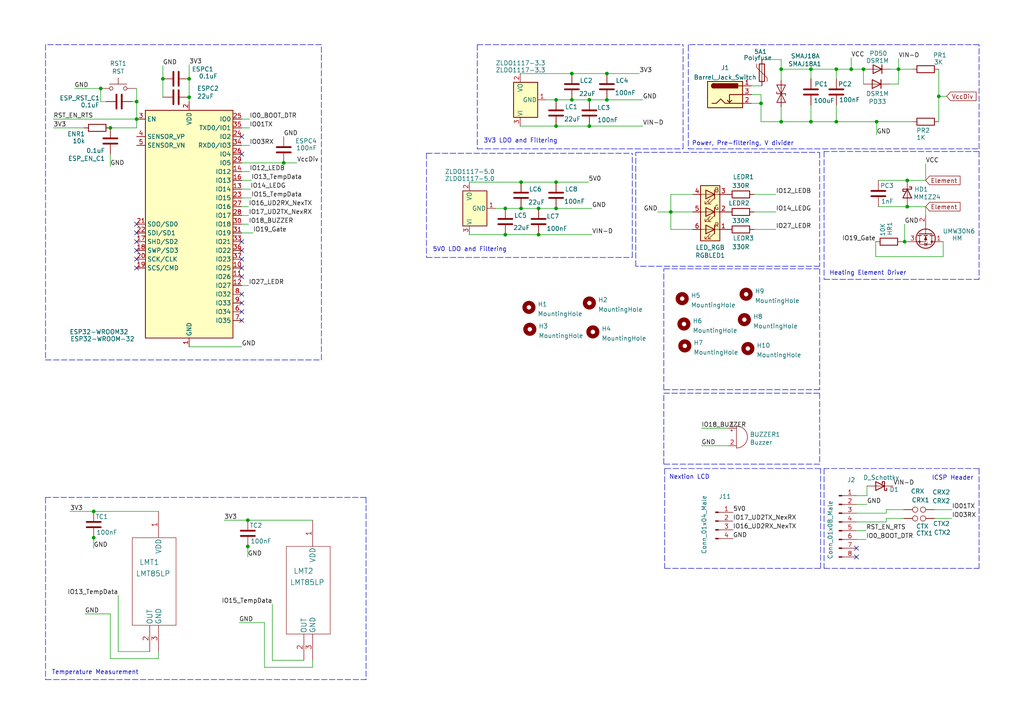
<source format=kicad_sch>
(kicad_sch (version 20211123) (generator eeschema)
  (paper "A4")
  (title_block (title "Hot Plate") (date "2022-02-28") (rev "1.0") (company "AeonLabs") (comment 1 "Creative Commons 2022"))
  (lib_symbols
    (symbol "Connector:Barrel_Jack_Switch" (pin_names hide)
      (property "Reference" "J" (at 0 5.334 0))
      (property "Value" "Barrel_Jack_Switch" (at 0 -5.08 0))
      (symbol "Barrel_Jack_Switch_0_1"
        (rectangle (start -5.08 3.81) (end 5.08 -3.81) (stroke (width 0.254)) (fill (type background)))
        (arc (start -3.302 3.175) (mid -3.937 2.54) (end -3.302 1.905) (stroke (width 0.254)))
        (arc (start -3.302 3.175) (mid -3.937 2.54) (end -3.302 1.905) (stroke (width 0.254)) (fill (type outline)))
        (polyline (pts (xy 1.27 -2.286) (xy 1.905 -1.651)) (stroke (width 0.254)))
        (polyline (pts (xy 5.08 2.54) (xy 3.81 2.54)) (stroke (width 0.254)))
        (polyline (pts (xy 5.08 0) (xy 1.27 0) (xy 1.27 -2.286) (xy 0.635 -1.651)) (stroke (width 0.254)))
        (polyline (pts (xy -3.81 -2.54) (xy -2.54 -2.54) (xy -1.27 -1.27) (xy 0 -2.54) (xy 2.54 -2.54) (xy 5.08 -2.54)) (stroke (width 0.254)))
        (rectangle (start 3.683 3.175) (end -3.302 1.905) (stroke (width 0.254)) (fill (type outline)))
      )
      (symbol "Barrel_Jack_Switch_1_1"
        (pin passive line (at 7.62 2.54 180) (length 2.54) (name "~") (number "1"))
        (pin passive line (at 7.62 -2.54 180) (length 2.54) (name "~") (number "2"))
        (pin passive line (at 7.62 0 180) (length 2.54) (name "~") (number "3"))
      )
    )
    (symbol "Connector:Conn_01x04_Male" (pin_names (offset 1.016) hide)
      (property "Reference" "J" (at 0 5.08 0))
      (property "Value" "Conn_01x04_Male" (at 0 -7.62 0))
      (symbol "Conn_01x04_Male_1_1"
        (polyline (pts (xy 1.27 -5.08) (xy 0.8636 -5.08)) (stroke (width 0.1524)))
        (polyline (pts (xy 1.27 -2.54) (xy 0.8636 -2.54)) (stroke (width 0.1524)))
        (polyline (pts (xy 1.27 0) (xy 0.8636 0)) (stroke (width 0.1524)))
        (polyline (pts (xy 1.27 2.54) (xy 0.8636 2.54)) (stroke (width 0.1524)))
        (rectangle (start 0.8636 -4.953) (end 0 -5.207) (stroke (width 0.1524)) (fill (type outline)))
        (rectangle (start 0.8636 -2.413) (end 0 -2.667) (stroke (width 0.1524)) (fill (type outline)))
        (rectangle (start 0.8636 0.127) (end 0 -0.127) (stroke (width 0.1524)) (fill (type outline)))
        (rectangle (start 0.8636 2.667) (end 0 2.413) (stroke (width 0.1524)) (fill (type outline)))
        (pin passive line (at 5.08 2.54 180) (length 3.81) (name "Pin_1") (number "1"))
        (pin passive line (at 5.08 0 180) (length 3.81) (name "Pin_2") (number "2"))
        (pin passive line (at 5.08 -2.54 180) (length 3.81) (name "Pin_3") (number "3"))
        (pin passive line (at 5.08 -5.08 180) (length 3.81) (name "Pin_4") (number "4"))
      )
    )
    (symbol "Connector:Conn_01x08_Male" (pin_names (offset 1.016) hide)
      (property "Reference" "J" (at 0 10.16 0))
      (property "Value" "Conn_01x08_Male" (at 0 -12.7 0))
      (symbol "Conn_01x08_Male_1_1"
        (polyline (pts (xy 1.27 -10.16) (xy 0.8636 -10.16)) (stroke (width 0.1524)))
        (polyline (pts (xy 1.27 -7.62) (xy 0.8636 -7.62)) (stroke (width 0.1524)))
        (polyline (pts (xy 1.27 -5.08) (xy 0.8636 -5.08)) (stroke (width 0.1524)))
        (polyline (pts (xy 1.27 -2.54) (xy 0.8636 -2.54)) (stroke (width 0.1524)))
        (polyline (pts (xy 1.27 0) (xy 0.8636 0)) (stroke (width 0.1524)))
        (polyline (pts (xy 1.27 2.54) (xy 0.8636 2.54)) (stroke (width 0.1524)))
        (polyline (pts (xy 1.27 5.08) (xy 0.8636 5.08)) (stroke (width 0.1524)))
        (polyline (pts (xy 1.27 7.62) (xy 0.8636 7.62)) (stroke (width 0.1524)))
        (rectangle (start 0.8636 -10.033) (end 0 -10.287) (stroke (width 0.1524)) (fill (type outline)))
        (rectangle (start 0.8636 -7.493) (end 0 -7.747) (stroke (width 0.1524)) (fill (type outline)))
        (rectangle (start 0.8636 -4.953) (end 0 -5.207) (stroke (width 0.1524)) (fill (type outline)))
        (rectangle (start 0.8636 -2.413) (end 0 -2.667) (stroke (width 0.1524)) (fill (type outline)))
        (rectangle (start 0.8636 0.127) (end 0 -0.127) (stroke (width 0.1524)) (fill (type outline)))
        (rectangle (start 0.8636 2.667) (end 0 2.413) (stroke (width 0.1524)) (fill (type outline)))
        (rectangle (start 0.8636 5.207) (end 0 4.953) (stroke (width 0.1524)) (fill (type outline)))
        (rectangle (start 0.8636 7.747) (end 0 7.493) (stroke (width 0.1524)) (fill (type outline)))
        (pin passive line (at 5.08 7.62 180) (length 3.81) (name "Pin_1") (number "1"))
        (pin passive line (at 5.08 5.08 180) (length 3.81) (name "Pin_2") (number "2"))
        (pin passive line (at 5.08 2.54 180) (length 3.81) (name "Pin_3") (number "3"))
        (pin passive line (at 5.08 0 180) (length 3.81) (name "Pin_4") (number "4"))
        (pin passive line (at 5.08 -2.54 180) (length 3.81) (name "Pin_5") (number "5"))
        (pin passive line (at 5.08 -5.08 180) (length 3.81) (name "Pin_6") (number "6"))
        (pin passive line (at 5.08 -7.62 180) (length 3.81) (name "Pin_7") (number "7"))
        (pin passive line (at 5.08 -10.16 180) (length 3.81) (name "Pin_8") (number "8"))
      )
    )
    (symbol "Connector:TestPoint" (pin_numbers hide) (pin_names (offset 0.762) hide)
      (property "Reference" "TP" (at 0 6.858 0))
      (property "Value" "TestPoint" (at 0 5.08 0))
      (symbol "TestPoint_0_1"
        (circle (center 0 3.302) (radius 0.762))
      )
      (symbol "TestPoint_1_1"
        (pin passive line (at 0 0 90) (length 2.54) (name "1") (number "1"))
      )
    )
    (symbol "Device:Buzzer" (pin_names (offset 0.0254) hide)
      (property "Reference" "BZ" (at 3.81 1.27 0))
      (property "Value" "Buzzer" (at 3.81 -1.27 0))
      (symbol "Buzzer_0_1"
        (arc (start 0 -3.175) (mid 3.175 0) (end 0 3.175))
        (polyline (pts (xy -1.651 1.905) (xy -1.143 1.905)))
        (polyline (pts (xy -1.397 2.159) (xy -1.397 1.651)))
        (polyline (pts (xy 0 3.175) (xy 0 -3.175)))
      )
      (symbol "Buzzer_1_1"
        (pin passive line (at -2.54 2.54 0) (length 2.54) (name "-") (number "1"))
        (pin passive line (at -2.54 -2.54 0) (length 2.54) (name "+") (number "2"))
      )
    )
    (symbol "Device:C" (pin_numbers hide) (pin_names (offset 0.254))
      (property "Reference" "C" (at 0.635 2.54 0))
      (property "Value" "C" (at 0.635 -2.54 0))
      (symbol "C_0_1"
        (polyline (pts (xy -2.032 -0.762) (xy 2.032 -0.762)) (stroke (width 0.508)))
        (polyline (pts (xy -2.032 0.762) (xy 2.032 0.762)) (stroke (width 0.508)))
      )
      (symbol "C_1_1"
        (pin passive line (at 0 3.81 270) (length 2.794) (name "~") (number "1"))
        (pin passive line (at 0 -3.81 90) (length 2.794) (name "~") (number "2"))
      )
    )
    (symbol "Device:D" (pin_numbers hide) (pin_names (offset 1.016) hide)
      (property "Reference" "D" (at 0 2.54 0))
      (property "Value" "D" (at 0 -2.54 0))
      (symbol "D_0_1"
        (polyline (pts (xy -1.27 1.27) (xy -1.27 -1.27)) (stroke (width 0.254)))
        (polyline (pts (xy 1.27 0) (xy -1.27 0)))
        (polyline (pts (xy 1.27 1.27) (xy 1.27 -1.27) (xy -1.27 0) (xy 1.27 1.27)) (stroke (width 0.254)))
      )
      (symbol "D_1_1"
        (pin passive line (at -3.81 0 0) (length 2.54) (name "K") (number "1"))
        (pin passive line (at 3.81 0 180) (length 2.54) (name "A") (number "2"))
      )
    )
    (symbol "Device:D_Schottky" (pin_numbers hide) (pin_names (offset 1.016) hide)
      (property "Reference" "D" (at 0 2.54 0))
      (property "Value" "D_Schottky" (at 0 -2.54 0))
      (symbol "D_Schottky_0_1"
        (polyline (pts (xy 1.27 0) (xy -1.27 0)))
        (polyline (pts (xy 1.27 1.27) (xy 1.27 -1.27) (xy -1.27 0) (xy 1.27 1.27)) (stroke (width 0.254)))
        (polyline (pts (xy -1.905 0.635) (xy -1.905 1.27) (xy -1.27 1.27) (xy -1.27 -1.27) (xy -0.635 -1.27) (xy -0.635 -0.635)) (stroke (width 0.254)))
      )
      (symbol "D_Schottky_1_1"
        (pin passive line (at -3.81 0 0) (length 2.54) (name "K") (number "1"))
        (pin passive line (at 3.81 0 180) (length 2.54) (name "A") (number "2"))
      )
    )
    (symbol "Device:LED_RGB" (pin_names (offset 0) hide)
      (property "Reference" "D" (at 0 9.398 0))
      (property "Value" "LED_RGB" (at 0 -8.89 0))
      (symbol "LED_RGB_0_0"
        (text "B" (at -1.905 -6.35 0) (effects (font (size 1.27 1.27))))
        (text "G" (at -1.905 -1.27 0) (effects (font (size 1.27 1.27))))
        (text "R" (at -1.905 3.81 0) (effects (font (size 1.27 1.27))))
      )
      (symbol "LED_RGB_0_1"
        (polyline (pts (xy -1.27 -5.08) (xy -2.54 -5.08)))
        (polyline (pts (xy -1.27 -5.08) (xy 1.27 -5.08)))
        (polyline (pts (xy -1.27 -3.81) (xy -1.27 -6.35)) (stroke (width 0.254)))
        (polyline (pts (xy -1.27 0) (xy -2.54 0)))
        (polyline (pts (xy -1.27 1.27) (xy -1.27 -1.27)) (stroke (width 0.254)))
        (polyline (pts (xy -1.27 5.08) (xy -2.54 5.08)))
        (polyline (pts (xy -1.27 5.08) (xy 1.27 5.08)))
        (polyline (pts (xy -1.27 6.35) (xy -1.27 3.81)) (stroke (width 0.254)))
        (polyline (pts (xy 1.27 -5.08) (xy 2.54 -5.08)))
        (polyline (pts (xy 1.27 0) (xy -1.27 0)))
        (polyline (pts (xy 1.27 0) (xy 2.54 0)))
        (polyline (pts (xy 1.27 5.08) (xy 2.54 5.08)))
        (polyline (pts (xy -1.27 1.27) (xy -1.27 -1.27) (xy -1.27 -1.27)))
        (polyline (pts (xy -1.27 6.35) (xy -1.27 3.81) (xy -1.27 3.81)))
        (polyline (pts (xy 1.27 -3.81) (xy 1.27 -6.35) (xy -1.27 -5.08) (xy 1.27 -3.81)) (stroke (width 0.254)))
        (polyline (pts (xy 1.27 1.27) (xy 1.27 -1.27) (xy -1.27 0) (xy 1.27 1.27)) (stroke (width 0.254)))
        (polyline (pts (xy 1.27 6.35) (xy 1.27 3.81) (xy -1.27 5.08) (xy 1.27 6.35)) (stroke (width 0.254)))
        (polyline (pts (xy -1.016 -3.81) (xy 0.508 -2.286) (xy -0.254 -2.286) (xy 0.508 -2.286) (xy 0.508 -3.048)))
        (polyline (pts (xy -1.016 1.27) (xy 0.508 2.794) (xy -0.254 2.794) (xy 0.508 2.794) (xy 0.508 2.032)))
        (polyline (pts (xy -1.016 6.35) (xy 0.508 7.874) (xy -0.254 7.874) (xy 0.508 7.874) (xy 0.508 7.112)))
        (polyline (pts (xy 0 -3.81) (xy 1.524 -2.286) (xy 0.762 -2.286) (xy 1.524 -2.286) (xy 1.524 -3.048)))
        (polyline (pts (xy 0 1.27) (xy 1.524 2.794) (xy 0.762 2.794) (xy 1.524 2.794) (xy 1.524 2.032)))
        (polyline (pts (xy 0 6.35) (xy 1.524 7.874) (xy 0.762 7.874) (xy 1.524 7.874) (xy 1.524 7.112)))
        (rectangle (start 1.27 -1.27) (end 1.27 1.27))
        (rectangle (start 1.27 1.27) (end 1.27 1.27))
        (rectangle (start 1.27 3.81) (end 1.27 6.35))
        (rectangle (start 1.27 6.35) (end 1.27 6.35))
        (rectangle (start 2.794 8.382) (end -2.794 -7.62) (stroke (width 0.254)) (fill (type background)))
      )
      (symbol "LED_RGB_1_1"
        (pin passive line (at -5.08 5.08 0) (length 2.54) (name "RK") (number "1"))
        (pin passive line (at -5.08 0 0) (length 2.54) (name "GK") (number "2"))
        (pin passive line (at -5.08 -5.08 0) (length 2.54) (name "BK") (number "3"))
        (pin passive line (at 5.08 -5.08 180) (length 2.54) (name "BA") (number "4"))
        (pin passive line (at 5.08 0 180) (length 2.54) (name "GA") (number "5"))
        (pin passive line (at 5.08 5.08 180) (length 2.54) (name "RA") (number "6"))
      )
    )
    (symbol "Device:Polyfuse" (pin_numbers hide) (pin_names (offset 0))
      (property "Reference" "F" (at -2.54 0 90))
      (property "Value" "Polyfuse" (at 2.54 0 90))
      (symbol "Polyfuse_0_1"
        (rectangle (start -0.762 2.54) (end 0.762 -2.54) (stroke (width 0.254)))
        (polyline (pts (xy 0 2.54) (xy 0 -2.54)))
        (polyline (pts (xy -1.524 2.54) (xy -1.524 1.524) (xy 1.524 -1.524) (xy 1.524 -2.54)))
      )
      (symbol "Polyfuse_1_1"
        (pin passive line (at 0 3.81 270) (length 1.27) (name "~") (number "1"))
        (pin passive line (at 0 -3.81 90) (length 1.27) (name "~") (number "2"))
      )
    )
    (symbol "Device:Q_NMOS_DGS" (pin_names (offset 0) hide)
      (property "Reference" "Q" (at 5.08 1.27 0))
      (property "Value" "Q_NMOS_DGS" (at 5.08 -1.27 0))
      (symbol "Q_NMOS_DGS_0_1"
        (polyline (pts (xy 0.254 0) (xy -2.54 0)))
        (polyline (pts (xy 0.254 1.905) (xy 0.254 -1.905)) (stroke (width 0.254)))
        (polyline (pts (xy 0.762 -1.27) (xy 0.762 -2.286)) (stroke (width 0.254)))
        (polyline (pts (xy 0.762 0.508) (xy 0.762 -0.508)) (stroke (width 0.254)))
        (polyline (pts (xy 0.762 2.286) (xy 0.762 1.27)) (stroke (width 0.254)))
        (polyline (pts (xy 2.54 2.54) (xy 2.54 1.778)))
        (polyline (pts (xy 2.54 -2.54) (xy 2.54 0) (xy 0.762 0)))
        (polyline (pts (xy 0.762 -1.778) (xy 3.302 -1.778) (xy 3.302 1.778) (xy 0.762 1.778)))
        (polyline (pts (xy 1.016 0) (xy 2.032 0.381) (xy 2.032 -0.381) (xy 1.016 0)) (fill (type outline)))
        (polyline (pts (xy 2.794 0.508) (xy 2.921 0.381) (xy 3.683 0.381) (xy 3.81 0.254)))
        (polyline (pts (xy 3.302 0.381) (xy 2.921 -0.254) (xy 3.683 -0.254) (xy 3.302 0.381)))
        (circle (center 1.651 0) (radius 2.794) (stroke (width 0.254)))
        (circle (center 2.54 -1.778) (radius 0.254) (fill (type outline)))
        (circle (center 2.54 1.778) (radius 0.254) (fill (type outline)))
      )
      (symbol "Q_NMOS_DGS_1_1"
        (pin passive line (at 2.54 5.08 270) (length 2.54) (name "D") (number "1"))
        (pin input line (at -5.08 0 0) (length 2.54) (name "G") (number "2"))
        (pin passive line (at 2.54 -5.08 90) (length 2.54) (name "S") (number "3"))
      )
    )
    (symbol "Device:R" (pin_numbers hide) (pin_names (offset 0))
      (property "Reference" "R" (at 2.032 0 90))
      (property "Value" "R" (at 0 0 90))
      (symbol "R_0_1"
        (rectangle (start -1.016 -2.54) (end 1.016 2.54) (stroke (width 0.254)))
      )
      (symbol "R_1_1"
        (pin passive line (at 0 3.81 270) (length 1.27) (name "~") (number "1"))
        (pin passive line (at 0 -3.81 90) (length 1.27) (name "~") (number "2"))
      )
    )
    (symbol "Diode:ESD9B3.3ST5G" (pin_numbers hide) (pin_names (offset 1.016) hide)
      (property "Reference" "D" (at 0 2.54 0))
      (property "Value" "ESD9B3.3ST5G" (at 0 -2.54 0))
      (symbol "ESD9B3.3ST5G_0_1"
        (polyline (pts (xy 1.27 0) (xy -1.27 0)))
        (polyline (pts (xy -2.54 -1.27) (xy 0 0) (xy -2.54 1.27) (xy -2.54 -1.27)) (stroke (width 0.2032)))
        (polyline (pts (xy 0.508 1.27) (xy 0 1.27) (xy 0 -1.27) (xy -0.508 -1.27)) (stroke (width 0.2032)))
        (polyline (pts (xy 2.54 1.27) (xy 2.54 -1.27) (xy 0 0) (xy 2.54 1.27)) (stroke (width 0.2032)))
      )
      (symbol "ESD9B3.3ST5G_1_1"
        (pin passive line (at -3.81 0 0) (length 2.54) (name "A1") (number "1"))
        (pin passive line (at 3.81 0 180) (length 2.54) (name "A2") (number "2"))
      )
    )
    (symbol "Mechanical:MountingHole" (pin_names (offset 1.016))
      (property "Reference" "H" (at 0 5.08 0))
      (property "Value" "MountingHole" (at 0 3.175 0))
      (symbol "MountingHole_0_1"
        (circle (center 0 0) (radius 1.27) (stroke (width 1.27)))
      )
    )
    (symbol "RF_Module:ESP32-WROOM-32"
      (property "Reference" "U" (at -12.7 34.29 0))
      (property "Value" "ESP32-WROOM-32" (at 1.27 34.29 0))
      (symbol "ESP32-WROOM-32_0_1"
        (rectangle (start -12.7 33.02) (end 12.7 -33.02) (stroke (width 0.254)) (fill (type background)))
      )
      (symbol "ESP32-WROOM-32_1_1"
        (pin power_in line (at 0 -35.56 90) (length 2.54) (name "GND") (number "1"))
        (pin bidirectional line (at 15.24 -12.7 180) (length 2.54) (name "IO25") (number "10"))
        (pin bidirectional line (at 15.24 -15.24 180) (length 2.54) (name "IO26") (number "11"))
        (pin bidirectional line (at 15.24 -17.78 180) (length 2.54) (name "IO27") (number "12"))
        (pin bidirectional line (at 15.24 10.16 180) (length 2.54) (name "IO14") (number "13"))
        (pin bidirectional line (at 15.24 15.24 180) (length 2.54) (name "IO12") (number "14"))
        (pin passive line (at 0 -35.56 90) (length 2.54) hide (name "GND") (number "15"))
        (pin bidirectional line (at 15.24 12.7 180) (length 2.54) (name "IO13") (number "16"))
        (pin bidirectional line (at -15.24 -5.08 0) (length 2.54) (name "SHD/SD2") (number "17"))
        (pin bidirectional line (at -15.24 -7.62 0) (length 2.54) (name "SWP/SD3") (number "18"))
        (pin bidirectional line (at -15.24 -12.7 0) (length 2.54) (name "SCS/CMD") (number "19"))
        (pin power_in line (at 0 35.56 270) (length 2.54) (name "VDD") (number "2"))
        (pin bidirectional line (at -15.24 -10.16 0) (length 2.54) (name "SCK/CLK") (number "20"))
        (pin bidirectional line (at -15.24 0 0) (length 2.54) (name "SDO/SD0") (number "21"))
        (pin bidirectional line (at -15.24 -2.54 0) (length 2.54) (name "SDI/SD1") (number "22"))
        (pin bidirectional line (at 15.24 7.62 180) (length 2.54) (name "IO15") (number "23"))
        (pin bidirectional line (at 15.24 25.4 180) (length 2.54) (name "IO2") (number "24"))
        (pin bidirectional line (at 15.24 30.48 180) (length 2.54) (name "IO0") (number "25"))
        (pin bidirectional line (at 15.24 20.32 180) (length 2.54) (name "IO4") (number "26"))
        (pin bidirectional line (at 15.24 5.08 180) (length 2.54) (name "IO16") (number "27"))
        (pin bidirectional line (at 15.24 2.54 180) (length 2.54) (name "IO17") (number "28"))
        (pin bidirectional line (at 15.24 17.78 180) (length 2.54) (name "IO5") (number "29"))
        (pin input line (at -15.24 30.48 0) (length 2.54) (name "EN") (number "3"))
        (pin bidirectional line (at 15.24 0 180) (length 2.54) (name "IO18") (number "30"))
        (pin bidirectional line (at 15.24 -2.54 180) (length 2.54) (name "IO19") (number "31"))
        (pin no_connect line (at -12.7 -27.94 0) (length 2.54) hide (name "NC") (number "32"))
        (pin bidirectional line (at 15.24 -5.08 180) (length 2.54) (name "IO21") (number "33"))
        (pin bidirectional line (at 15.24 22.86 180) (length 2.54) (name "RXD0/IO3") (number "34"))
        (pin bidirectional line (at 15.24 27.94 180) (length 2.54) (name "TXD0/IO1") (number "35"))
        (pin bidirectional line (at 15.24 -7.62 180) (length 2.54) (name "IO22") (number "36"))
        (pin bidirectional line (at 15.24 -10.16 180) (length 2.54) (name "IO23") (number "37"))
        (pin passive line (at 0 -35.56 90) (length 2.54) hide (name "GND") (number "38"))
        (pin passive line (at 0 -35.56 90) (length 2.54) hide (name "GND") (number "39"))
        (pin input line (at -15.24 25.4 0) (length 2.54) (name "SENSOR_VP") (number "4"))
        (pin input line (at -15.24 22.86 0) (length 2.54) (name "SENSOR_VN") (number "5"))
        (pin input line (at 15.24 -25.4 180) (length 2.54) (name "IO34") (number "6"))
        (pin input line (at 15.24 -27.94 180) (length 2.54) (name "IO35") (number "7"))
        (pin bidirectional line (at 15.24 -20.32 180) (length 2.54) (name "IO32") (number "8"))
        (pin bidirectional line (at 15.24 -22.86 180) (length 2.54) (name "IO33") (number "9"))
      )
    )
    (symbol "Regulator_Linear:AMS1117-5.0" (pin_names (offset 0.254))
      (property "Reference" "U" (at -3.81 3.175 0))
      (property "Value" "AMS1117-5.0" (at 0 3.175 0))
      (symbol "AMS1117-5.0_0_1"
        (rectangle (start -5.08 -5.08) (end 5.08 1.905) (stroke (width 0.254)) (fill (type background)))
      )
      (symbol "AMS1117-5.0_1_1"
        (pin power_in line (at 0 -7.62 90) (length 2.54) (name "GND") (number "1"))
        (pin power_out line (at 7.62 0 180) (length 2.54) (name "VO") (number "2"))
        (pin power_in line (at -7.62 0 0) (length 2.54) (name "VI") (number "3"))
      )
    )
    (symbol "Sensor_Temperature:LMT85LP" (pin_names (offset 0.254))
      (property "Reference" "U" (at 20.32 10.16 0))
      (property "Value" "LMT85LP" (at 20.32 7.62 0))
      (symbol "LMT85LP_1_1"
        (polyline (pts (xy 7.62 -7.62) (xy 33.02 -7.62)) (stroke (width 0.127)))
        (polyline (pts (xy 7.62 5.08) (xy 7.62 -7.62)) (stroke (width 0.127)))
        (polyline (pts (xy 33.02 -7.62) (xy 33.02 5.08)) (stroke (width 0.127)))
        (polyline (pts (xy 33.02 5.08) (xy 7.62 5.08)) (stroke (width 0.127)))
        (pin power_in line (at 0 0 0) (length 7.62) (name "VDD") (number "1"))
        (pin output line (at 40.64 -2.54 180) (length 7.62) (name "OUT") (number "2"))
        (pin power_in line (at 40.64 0 180) (length 7.62) (name "GND") (number "3"))
      )
    )
    (symbol "Switch:SW_Push" (pin_numbers hide) (pin_names (offset 1.016) hide)
      (property "Reference" "SW" (at 1.27 2.54 0))
      (property "Value" "SW_Push" (at 0 -1.524 0))
      (symbol "SW_Push_0_1"
        (circle (center -2.032 0) (radius 0.508))
        (polyline (pts (xy 0 1.27) (xy 0 3.048)))
        (polyline (pts (xy 2.54 1.27) (xy -2.54 1.27)))
        (circle (center 2.032 0) (radius 0.508))
        (pin passive line (at -5.08 0 0) (length 2.54) (name "1") (number "1"))
        (pin passive line (at 5.08 0 180) (length 2.54) (name "2") (number "2"))
      )
    )
  )
  (junction (at 176.022 28.956))
  (junction (at 27.178 148.336))
  (junction (at 161.29 52.832))
  (junction (at 27.178 155.956))
  (junction (at 161.29 28.956))
  (junction (at 71.882 150.876))
  (junction (at 161.29 36.576))
  (junction (at 235.204 35.306))
  (junction (at 151.13 52.832))
  (junction (at 272.288 27.94))
  (junction (at 165.862 28.956))
  (junction (at 156.21 60.452))
  (junction (at 39.624 29.464))
  (junction (at 54.864 22.86))
  (junction (at 170.942 36.576))
  (junction (at 260.604 20.066))
  (junction (at 226.568 20.066))
  (junction (at 250.444 20.066))
  (junction (at 161.29 60.452))
  (junction (at 165.862 21.336))
  (junction (at 151.13 60.452))
  (junction (at 39.624 34.544))
  (junction (at 226.568 35.306))
  (junction (at 170.942 28.956))
  (junction (at 146.558 60.452))
  (junction (at 194.564 61.468))
  (junction (at 32.004 37.084))
  (junction (at 242.57 20.066))
  (junction (at 47.244 22.86))
  (junction (at 235.204 20.066))
  (junction (at 220.726 29.972))
  (junction (at 156.21 68.072))
  (junction (at 54.864 28.194))
  (junction (at 176.022 21.336))
  (junction (at 242.57 35.306))
  (junction (at 29.21 25.654))
  (junction (at 146.558 68.072))
  (junction (at 263.144 52.324))
  (junction (at 82.296 47.244))
  (junction (at 262.382 70.104))
  (junction (at 263.144 59.944))
  (junction (at 71.882 158.496))
  (junction (at 246.888 20.066))
  (junction (at 254.254 35.306))
  (no_connect (at 39.624 65.024))
  (no_connect (at 70.104 90.424))
  (no_connect (at 39.624 77.724))
  (no_connect (at 70.104 70.104))
  (no_connect (at 70.104 72.644))
  (no_connect (at 70.104 39.624))
  (no_connect (at 39.624 72.644))
  (no_connect (at 70.104 85.344))
  (no_connect (at 248.412 159.004))
  (no_connect (at 248.412 161.544))
  (no_connect (at 70.104 80.264))
  (no_connect (at 39.624 70.104))
  (no_connect (at 39.624 75.184))
  (no_connect (at 70.104 44.704))
  (no_connect (at 39.624 67.564))
  (no_connect (at 70.104 77.724))
  (no_connect (at 70.104 75.184))
  (no_connect (at 70.104 87.884))
  (no_connect (at 70.104 92.964))
  (polyline (pts (xy 192.532 134.62) (xy 192.532 114.046)))
  (polyline (pts (xy 192.532 113.03) (xy 192.532 77.978)))
  (wire (pts (xy 271.018 150.368) (xy 276.098 150.368)))
  (wire (pts (xy 39.624 29.464) (xy 39.624 25.654)))
  (polyline (pts (xy 138.43 12.954) (xy 198.12 12.954)))
  (wire (pts (xy 263.144 59.944) (xy 268.478 59.944)))
  (wire (pts (xy 54.864 28.194) (xy 54.864 29.464)))
  (wire (pts (xy 218.694 56.388) (xy 225.044 56.388)))
  (wire (pts (xy 242.57 35.306) (xy 254.254 35.306)))
  (wire (pts (xy 70.104 52.324) (xy 72.898 52.324)))
  (polyline (pts (xy 237.998 164.846) (xy 237.998 135.89)))
  (polyline (pts (xy 13.208 104.394) (xy 93.218 104.394)))
  (polyline (pts (xy 283.972 43.942) (xy 283.972 81.026)))
  (wire (pts (xy 176.022 28.956) (xy 186.436 28.956)))
  (polyline (pts (xy 93.218 104.394) (xy 93.218 12.954)))
  (wire (pts (xy 34.29 188.976) (xy 43.434 188.976)))
  (wire (pts (xy 268.478 47.498) (xy 268.478 52.324)))
  (wire (pts (xy 272.288 27.94) (xy 274.574 27.94)))
  (wire (pts (xy 217.932 27.432) (xy 220.726 27.432)))
  (wire (pts (xy 161.29 28.956) (xy 165.862 28.956)))
  (wire (pts (xy 27.178 155.702) (xy 27.178 155.956)))
  (wire (pts (xy 70.104 34.544) (xy 72.39 34.544)))
  (wire (pts (xy 273.558 70.104) (xy 273.558 74.422)))
  (wire (pts (xy 251.46 140.97) (xy 251.46 143.764)))
  (wire (pts (xy 194.564 61.468) (xy 190.754 61.468)))
  (wire (pts (xy 76.708 193.548) (xy 76.708 180.594)))
  (wire (pts (xy 71.882 150.876) (xy 90.678 150.876)))
  (wire (pts (xy 220.98 17.272) (xy 226.568 17.272)))
  (polyline (pts (xy 283.972 135.89) (xy 239.014 135.89)))
  (wire (pts (xy 211.074 124.206) (xy 203.454 124.206)))
  (wire (pts (xy 263.144 52.324) (xy 268.478 52.324)))
  (wire (pts (xy 165.862 28.956) (xy 170.942 28.956)))
  (wire (pts (xy 242.57 30.48) (xy 242.57 35.306)))
  (wire (pts (xy 34.29 172.72) (xy 34.29 188.976)))
  (wire (pts (xy 257.048 151.384) (xy 257.048 150.368)))
  (wire (pts (xy 38.354 29.464) (xy 39.624 29.464)))
  (polyline (pts (xy 106.172 144.272) (xy 13.208 144.272)))
  (polyline (pts (xy 239.014 164.846) (xy 283.972 164.846)))
  (wire (pts (xy 161.29 60.452) (xy 171.704 60.452)))
  (wire (pts (xy 217.932 29.972) (xy 220.726 29.972)))
  (wire (pts (xy 146.558 60.452) (xy 151.13 60.452)))
  (wire (pts (xy 70.104 62.484) (xy 72.136 62.484)))
  (wire (pts (xy 136.144 52.832) (xy 151.13 52.832)))
  (polyline (pts (xy 184.404 77.216) (xy 184.404 44.196)))
  (wire (pts (xy 254 70.104) (xy 254 74.422)))
  (wire (pts (xy 257.048 150.368) (xy 262.128 150.368)))
  (wire (pts (xy 226.568 20.066) (xy 235.204 20.066)))
  (wire (pts (xy 220.726 27.432) (xy 220.726 29.972)))
  (wire (pts (xy 248.412 148.844) (xy 257.048 148.844)))
  (wire (pts (xy 70.104 42.164) (xy 72.39 42.164)))
  (wire (pts (xy 54.864 22.86) (xy 54.864 28.194)))
  (wire (pts (xy 78.994 191.516) (xy 88.138 191.516)))
  (wire (pts (xy 150.876 36.576) (xy 161.29 36.576)))
  (wire (pts (xy 250.698 20.066) (xy 250.444 20.066)))
  (polyline (pts (xy 123.698 44.45) (xy 123.698 74.676)))
  (polyline (pts (xy 199.644 12.954) (xy 199.644 13.208)))
  (wire (pts (xy 45.974 188.976) (xy 45.974 191.008)))
  (wire (pts (xy 226.568 20.066) (xy 226.568 23.368)))
  (wire (pts (xy 70.104 57.404) (xy 72.898 57.404)))
  (wire (pts (xy 235.204 35.306) (xy 242.57 35.306)))
  (wire (pts (xy 254.254 35.306) (xy 264.668 35.306)))
  (polyline (pts (xy 123.698 74.676) (xy 183.388 74.676)))
  (wire (pts (xy 260.604 17.018) (xy 260.604 20.066)))
  (wire (pts (xy 272.288 20.066) (xy 272.288 27.94)))
  (wire (pts (xy 47.244 22.86) (xy 47.244 28.194)))
  (wire (pts (xy 220.726 35.306) (xy 226.568 35.306)))
  (polyline (pts (xy 239.014 135.89) (xy 239.014 164.846)))
  (polyline (pts (xy 237.998 135.89) (xy 192.786 135.89)))
  (polyline (pts (xy 237.744 77.216) (xy 184.404 77.216)))
  (wire (pts (xy 248.412 146.304) (xy 251.46 146.304)))
  (polyline (pts (xy 283.972 135.89) (xy 283.972 164.846)))
  (wire (pts (xy 70.104 37.084) (xy 72.39 37.084)))
  (wire (pts (xy 254 74.422) (xy 273.558 74.422)))
  (wire (pts (xy 268.478 59.944) (xy 268.478 62.484)))
  (polyline (pts (xy 239.014 81.026) (xy 283.972 81.026)))
  (wire (pts (xy 70.104 49.784) (xy 72.39 49.784)))
  (polyline (pts (xy 183.388 74.676) (xy 183.388 44.45)))
  (wire (pts (xy 54.864 18.796) (xy 54.864 22.86)))
  (wire (pts (xy 158.496 28.956) (xy 161.29 28.956)))
  (wire (pts (xy 260.604 20.066) (xy 264.668 20.066)))
  (wire (pts (xy 170.942 36.576) (xy 186.436 36.576)))
  (wire (pts (xy 146.558 68.072) (xy 156.21 68.072)))
  (polyline (pts (xy 237.744 134.62) (xy 192.532 134.62)))
  (wire (pts (xy 254.762 52.324) (xy 263.144 52.324)))
  (wire (pts (xy 248.412 153.924) (xy 251.206 153.924)))
  (polyline (pts (xy 13.208 197.104) (xy 106.172 197.104)))
  (wire (pts (xy 136.144 68.072) (xy 146.558 68.072)))
  (wire (pts (xy 271.018 147.828) (xy 276.098 147.828)))
  (polyline (pts (xy 93.218 12.954) (xy 13.208 12.954)))
  (wire (pts (xy 32.004 44.704) (xy 32.004 48.26)))
  (polyline (pts (xy 192.532 114.046) (xy 237.744 114.046)))
  (wire (pts (xy 30.734 29.464) (xy 29.21 29.464)))
  (wire (pts (xy 151.13 52.832) (xy 161.29 52.832)))
  (wire (pts (xy 39.624 25.654) (xy 39.37 25.654)))
  (wire (pts (xy 78.994 175.26) (xy 78.994 191.516)))
  (wire (pts (xy 15.494 34.544) (xy 39.624 34.544)))
  (wire (pts (xy 70.104 54.864) (xy 72.644 54.864)))
  (wire (pts (xy 262.382 70.104) (xy 263.398 70.104)))
  (wire (pts (xy 262.382 65.024) (xy 262.382 70.104)))
  (wire (pts (xy 254.254 35.306) (xy 254.254 39.116)))
  (wire (pts (xy 70.104 59.944) (xy 72.136 59.944)))
  (wire (pts (xy 27.178 155.956) (xy 27.178 159.004)))
  (wire (pts (xy 161.29 52.832) (xy 170.688 52.832)))
  (wire (pts (xy 246.888 16.764) (xy 246.888 20.066)))
  (wire (pts (xy 39.624 34.544) (xy 39.624 37.084)))
  (wire (pts (xy 235.204 20.066) (xy 235.204 22.86)))
  (polyline (pts (xy 283.972 43.942) (xy 239.014 43.942)))
  (wire (pts (xy 151.13 60.452) (xy 156.21 60.452)))
  (wire (pts (xy 242.57 20.066) (xy 235.204 20.066)))
  (wire (pts (xy 254.762 59.944) (xy 263.144 59.944)))
  (wire (pts (xy 156.21 68.072) (xy 171.704 68.072)))
  (polyline (pts (xy 138.43 12.954) (xy 138.43 43.18)))
  (wire (pts (xy 71.882 158.242) (xy 71.882 158.496)))
  (polyline (pts (xy 283.972 12.954) (xy 199.644 12.954)))
  (wire (pts (xy 235.204 30.48) (xy 235.204 35.306)))
  (wire (pts (xy 82.296 47.244) (xy 86.106 47.244)))
  (polyline (pts (xy 199.644 13.208) (xy 199.644 43.18)))
  (polyline (pts (xy 198.12 43.18) (xy 198.12 12.954)))
  (polyline (pts (xy 283.972 43.18) (xy 283.972 12.954)))
  (polyline (pts (xy 13.208 12.954) (xy 13.208 104.394)))
  (wire (pts (xy 261.62 70.104) (xy 262.382 70.104)))
  (wire (pts (xy 27.178 148.336) (xy 45.974 148.336)))
  (wire (pts (xy 242.57 20.066) (xy 242.57 22.86)))
  (wire (pts (xy 260.604 24.384) (xy 260.604 20.066)))
  (polyline (pts (xy 192.532 77.978) (xy 237.49 77.978)))
  (wire (pts (xy 258.064 24.384) (xy 260.604 24.384)))
  (polyline (pts (xy 192.786 135.89) (xy 192.786 164.846)))
  (polyline (pts (xy 237.744 77.978) (xy 237.744 113.03)))
  (wire (pts (xy 71.882 158.496) (xy 71.882 161.544)))
  (wire (pts (xy 161.29 36.576) (xy 170.942 36.576)))
  (wire (pts (xy 226.568 17.272) (xy 226.568 20.066)))
  (wire (pts (xy 39.624 34.544) (xy 39.624 29.464)))
  (wire (pts (xy 156.21 60.452) (xy 161.29 60.452)))
  (wire (pts (xy 218.694 66.548) (xy 225.044 66.548)))
  (wire (pts (xy 29.21 29.464) (xy 29.21 25.654)))
  (wire (pts (xy 15.494 37.084) (xy 24.384 37.084)))
  (wire (pts (xy 143.764 60.452) (xy 146.558 60.452)))
  (polyline (pts (xy 184.404 44.196) (xy 237.744 44.196)))
  (wire (pts (xy 226.568 35.306) (xy 235.204 35.306)))
  (wire (pts (xy 248.412 143.764) (xy 251.46 143.764)))
  (wire (pts (xy 226.568 30.988) (xy 226.568 35.306)))
  (polyline (pts (xy 239.014 43.942) (xy 239.014 81.026)))
  (wire (pts (xy 220.726 35.306) (xy 220.726 29.972)))
  (wire (pts (xy 246.888 20.066) (xy 242.57 20.066)))
  (wire (pts (xy 218.694 61.468) (xy 225.044 61.468)))
  (wire (pts (xy 24.638 178.054) (xy 32.004 178.054)))
  (wire (pts (xy 200.914 61.468) (xy 194.564 61.468)))
  (wire (pts (xy 165.862 21.336) (xy 176.022 21.336)))
  (wire (pts (xy 217.932 24.892) (xy 220.98 24.892)))
  (wire (pts (xy 71.882 150.876) (xy 65.024 150.876)))
  (wire (pts (xy 69.342 180.594) (xy 76.708 180.594)))
  (polyline (pts (xy 13.208 144.272) (xy 13.208 197.104)))
  (wire (pts (xy 54.864 100.584) (xy 70.104 100.584)))
  (wire (pts (xy 200.914 66.548) (xy 194.564 66.548)))
  (wire (pts (xy 21.59 25.654) (xy 29.21 25.654)))
  (wire (pts (xy 170.942 28.956) (xy 176.022 28.956)))
  (polyline (pts (xy 192.786 164.846) (xy 237.998 164.846)))
  (wire (pts (xy 47.244 19.05) (xy 47.244 22.86)))
  (wire (pts (xy 250.444 20.066) (xy 250.444 24.384)))
  (wire (pts (xy 90.678 193.548) (xy 76.708 193.548)))
  (wire (pts (xy 257.048 148.844) (xy 257.048 147.828)))
  (wire (pts (xy 70.104 67.564) (xy 73.406 67.564)))
  (wire (pts (xy 45.974 191.008) (xy 32.004 191.008)))
  (wire (pts (xy 27.178 148.336) (xy 20.32 148.336)))
  (wire (pts (xy 70.104 82.804) (xy 72.136 82.804)))
  (wire (pts (xy 39.624 37.084) (xy 32.004 37.084)))
  (polyline (pts (xy 106.172 144.272) (xy 106.172 197.104)))
  (polyline (pts (xy 237.744 44.196) (xy 237.744 77.216)))
  (wire (pts (xy 194.564 61.468) (xy 194.564 56.388)))
  (wire (pts (xy 258.318 20.066) (xy 260.604 20.066)))
  (wire (pts (xy 70.104 65.024) (xy 72.136 65.024)))
  (wire (pts (xy 32.004 191.008) (xy 32.004 178.054)))
  (wire (pts (xy 248.412 156.464) (xy 251.206 156.464)))
  (wire (pts (xy 90.678 191.516) (xy 90.678 193.548)))
  (wire (pts (xy 176.022 21.336) (xy 185.42 21.336)))
  (polyline (pts (xy 123.698 44.45) (xy 183.388 44.45)))
  (polyline (pts (xy 237.744 114.046) (xy 237.744 134.62)))
  (wire (pts (xy 70.104 47.244) (xy 82.296 47.244)))
  (polyline (pts (xy 138.43 43.18) (xy 198.12 43.18)))
  (wire (pts (xy 150.876 21.336) (xy 165.862 21.336)))
  (wire (pts (xy 248.412 151.384) (xy 257.048 151.384)))
  (wire (pts (xy 211.074 129.286) (xy 203.454 129.286)))
  (wire (pts (xy 250.444 20.066) (xy 246.888 20.066)))
  (wire (pts (xy 200.914 56.388) (xy 194.564 56.388)))
  (polyline (pts (xy 199.644 43.18) (xy 283.972 43.18)))
  (wire (pts (xy 194.564 66.548) (xy 194.564 61.468)))
  (polyline (pts (xy 237.744 113.03) (xy 192.532 113.03)))
  (wire (pts (xy 257.048 147.828) (xy 262.128 147.828)))
  (wire (pts (xy 272.288 27.94) (xy 272.288 35.306)))
  (text "Power, Pre-filtering, V divider" (at 200.66 42.418 0) (effects (font (size 1.27 1.27)) (justify left bottom)))
  (text "Microcontroller\n" (at 167.132 -8.89 0) (effects (font (size 1.27 1.27)) (justify left bottom)))
  (text "ICSP Header" (at 270.256 139.446 0) (effects (font (size 1.27 1.27)) (justify left bottom)))
  (text "Temperature Measurement\n" (at 14.986 195.834 0) (effects (font (size 1.27 1.27)) (justify left bottom)))
  (text "Heating Element Driver\n" (at 240.538 80.01 0) (effects (font (size 1.27 1.27)) (justify left bottom)))
  (text "3V3 LDO and Filtering\n" (at 140.208 41.656 0) (effects (font (size 1.27 1.27)) (justify left bottom)))
  (text "5V0 LDO and Filtering\n" (at 125.476 73.152 0) (effects (font (size 1.27 1.27)) (justify left bottom)))
  (text "Nextion LCD" (at 194.056 139.192 0) (effects (font (size 1.27 1.27)) (justify left bottom)))
  (label "GND" (at 70.104 100.584 0))
  (label "IO01TX" (at 276.098 147.828 0))
  (label "GND" (at 71.882 161.544 0))
  (label "GND" (at 47.244 19.05 0))
  (label "VCC" (at 246.888 16.764 0))
  (label "GND" (at 190.754 61.468 180))
  (label "IO15_TempData" (at 72.898 57.404 0))
  (label "RST_EN_RTS" (at 15.494 34.544 0))
  (label "RST_EN_RTS" (at 251.206 153.924 0))
  (label "VIN-D" (at 260.604 17.018 0))
  (label "GND" (at 262.382 65.024 0))
  (label "VccDiv" (at 86.106 47.244 0))
  (label "IO0_BOOT_DTR" (at 251.206 156.464 0))
  (label "IO12_LEDB" (at 72.39 49.784 0))
  (label "GND" (at 27.178 159.004 0))
  (label "GND" (at 251.46 146.304 0))
  (label "IO03RX" (at 72.39 42.164 0))
  (label "GND" (at 32.004 48.26 0))
  (label "IO12_LEDB" (at 225.044 56.388 0))
  (label "IO13_TempData" (at 34.29 172.72 180))
  (label "IO17_UD2TX_NexRX" (at 212.598 151.13 0))
  (label "IO13_TempData" (at 72.898 52.324 0))
  (label "IO27_LEDR" (at 225.044 66.548 0))
  (label "3V3" (at 65.024 150.876 0))
  (label "IO03RX" (at 276.098 150.368 0))
  (label "GND" (at 171.704 60.452 0))
  (label "GND" (at 186.436 28.956 0))
  (label "5V0" (at 212.598 148.59 0))
  (label "IO16_UD2RX_NexTX" (at 212.598 153.67 0))
  (label "IO0_BOOT_DTR" (at 72.39 34.544 0))
  (label "GND" (at 212.598 156.21 0))
  (label "IO14_LEDG" (at 72.644 54.864 0))
  (label "GND" (at 203.454 129.286 0))
  (label "GND" (at 24.638 178.054 0))
  (label "GND" (at 254.254 39.116 0))
  (label "IO19_Gate" (at 73.406 67.564 0))
  (label "VIN-D" (at 186.436 36.576 0))
  (label "VIN-D" (at 171.704 68.072 0))
  (label "VIN-D" (at 259.08 140.97 0))
  (label "IO14_LEDG" (at 225.044 61.468 0))
  (label "5V0" (at 170.688 52.832 0))
  (label "IO17_UD2TX_NexRX" (at 72.136 62.484 0))
  (label "IO19_Gate" (at 254 70.104 180))
  (label "IO18_BUZZER" (at 72.136 65.024 0))
  (label "IO16_UD2RX_NexTX" (at 72.136 59.944 0))
  (label "GND" (at 21.59 25.654 0))
  (label "IO15_TempData" (at 78.994 175.26 180))
  (label "VCC" (at 268.478 47.498 0))
  (label "IO27_LEDR" (at 72.136 82.804 0))
  (label "GND" (at 69.342 180.594 0))
  (label "3V3" (at 185.42 21.336 0))
  (label "IO01TX" (at 72.39 37.084 0))
  (label "3V3" (at 54.864 18.796 0))
  (label "3V3" (at 15.494 37.084 0))
  (label "3V3" (at 20.32 148.336 0))
  (label "IO18_BUZZER" (at 203.454 124.206 0))
  (label "GND" (at 82.296 39.624 0))
  (global_label "Element" (shape input) (at 268.478 52.324 0) (property "Intersheet References" "${INTERSHEET_REFS}" (effects hide)))
  (global_label "Element" (shape input) (at 268.478 59.944 0) (property "Intersheet References" "${INTERSHEET_REFS}" (effects hide)))
  (global_label "VccDiv" (shape input) (at 274.574 27.94 0) (property "Intersheet References" "${INTERSHEET_REFS}" (effects hide)))
  (symbol (lib_id "Device:R") (at 214.884 56.388 90) (unit 1)
    (property "Reference" "LEDR1" (at 218.694 51.308 90) (effects (justify left)))
    (property "Value" "330R" (at 217.424 53.848 90) (effects (justify left)))
    (property "Footprint" "Resistor_SMD:R_1206_3216Metric" (effects hide))
  )
  (symbol (lib_id "Device:R") (at 28.194 37.084 90) (unit 1)
    (property "Reference" "ENR1" (at 22.098 38.862 90))
    (property "Value" "10k" (at 22.86 40.894 90))
    (property "Footprint" "Resistor_SMD:R_1206_3216Metric" (effects hide))
  )
  (symbol (lib_id "Connector:TestPoint") (at 271.018 150.368 90) (unit 1)
    (property "Reference" "CTX2" (at 273.304 154.432 90))
    (property "Value" "CTX2" (at 273.05 151.892 90))
    (property "Footprint" "TestPoint:TestPoint_Pad_1.0x1.0mm" (effects hide))
  )
  (symbol (lib_id "Connector:TestPoint") (at 262.128 147.828 270) (unit 1)
    (property "Reference" "CRX1" (at 264.414 145.034 90) (effects (justify left)))
    (property "Value" "CRX" (at 264.16 142.494 90) (effects (justify left)))
    (property "Footprint" "TestPoint:TestPoint_Pad_1.0x1.0mm" (effects hide))
  )
  (symbol (lib_id "Connector:TestPoint") (at 262.128 150.368 270) (unit 1)
    (property "Reference" "CTX1" (at 265.684 154.686 90) (effects (justify left)))
    (property "Value" "CTX" (at 265.684 152.654 90) (effects (justify left)))
    (property "Footprint" "TestPoint:TestPoint_Pad_1.0x1.0mm" (effects hide))
  )
  (symbol (lib_id "Connector:TestPoint") (at 271.018 147.828 90) (unit 1)
    (property "Reference" "CRX2" (at 275.59 142.748 90) (effects (justify left)))
    (property "Value" "CRX2" (at 275.59 145.288 90) (effects (justify left)))
    (property "Footprint" "TestPoint:TestPoint_Pad_1.0x1.0mm" (effects hide))
  )
  (symbol (lib_id "Device:LED_RGB") (at 205.994 61.468 180) (unit 1)
    (property "Reference" "RGBLED1" (at 205.994 74.0918 0))
    (property "Value" "LED_RGB" (at 205.994 71.7804 0))
    (property "Footprint" "LED_SMD:LED_RGB_5050-6" (effects hide))
  )
  (symbol (lib_id "Device:R") (at 214.884 66.548 90) (unit 1)
    (property "Reference" "LEDR3" (at 218.694 69.088 90) (effects (justify left)))
    (property "Value" "330R" (at 217.424 71.628 90) (effects (justify left)))
    (property "Footprint" "Resistor_SMD:R_1206_3216Metric" (effects hide))
  )
  (symbol (lib_id "Device:R") (at 214.884 61.468 90) (unit 1)
    (property "Reference" "LEDR2" (at 217.424 58.928 90) (effects (justify left)))
    (property "Value" "330R" (at 217.424 64.008 90) (effects (justify left)))
    (property "Footprint" "Resistor_SMD:R_1206_3216Metric" (effects hide))
  )
  (symbol (lib_id "Device:Buzzer") (at 213.614 126.746 0) (unit 1)
    (property "Reference" "BUZZER1" (at 217.4748 126.0094 0) (effects (justify left)))
    (property "Value" "Buzzer" (at 217.4748 128.3208 0) (effects (justify left)))
    (property "Footprint" "Buzzer_Beeper:MagneticBuzzer_Kobitone_254-EMB84Q-RO" (effects hide))
  )
  (symbol (lib_id "Switch:SW_Push") (at 34.29 25.654 0) (unit 1)
    (property "Reference" "RST1" (at 34.29 18.415 0))
    (property "Value" "RST" (at 34.29 20.7264 0))
    (property "Footprint" "Button_Switch_SMD:SW_Push_SPST_NO_Alps_SKRK" (effects hide))
  )
  (symbol (lib_id "RF_Module:ESP32-WROOM-32") (at 54.864 65.024 0) (unit 1)
    (property "Reference" "ESP32-WROOM32" (at 28.702 96.266 0))
    (property "Value" "ESP32-WROOM-32" (at 29.718 98.298 0))
    (property "Footprint" "RF_Module:ESP32-WROOM-32" (effects hide))
    (property "Datasheet" "https://www.espressif.com/sites/default/files/documentation/esp32-wroom-32_datasheet_en.pdf" (effects hide))
  )
  (symbol (lib_id "Connector:Conn_01x04_Male") (at 207.518 151.13 0) (unit 1)
    (property "Reference" "J11" (at 210.2612 143.9926 0))
    (property "Value" "Conn_01x04_Male" (at 204.216 152.146 90))
    (property "Footprint" "Connector_FFC-FPC:Molex_200528-0040_1x04-1MP_P1.00mm_Horizontal" (effects hide))
  )
  (symbol (lib_id "Device:C") (at 235.204 26.67 0) (unit 1)
    (property "Reference" "PC1" (at 236.22 24.384 0) (effects (justify left)))
    (property "Value" "100uF" (at 235.966 29.21 0) (effects (justify left)))
    (property "Footprint" "Capacitor_SMD:CP_Elec_10x12.5" (effects hide))
  )
  (symbol (lib_id "Sensor_Temperature:LMT85LP") (at 90.678 150.876 270) (unit 1)
    (property "Reference" "LMT2" (at 85.09 165.608 90) (effects (font (size 1.524 1.524)) (justify left)))
    (property "Value" "LMT85LP" (at 84.074 168.91 90) (effects (font (size 1.524 1.524)) (justify left)))
    (property "Footprint" "Sensor:LMT85LP" (effects hide))
  )
  (symbol (lib_id "Mechanical:MountingHole") (at 153.67 95.504 0) (unit 1)
    (property "Reference" "H3" (at 156.21 94.5955 0) (effects (justify left)))
    (property "Value" "MountingHole" (at 156.21 97.3706 0) (effects (justify left)))
    (property "Footprint" "MountingHole:MountingHole_3.2mm_M3" (effects hide))
  )
  (symbol (lib_id "Connector:Barrel_Jack_Switch") (at 210.312 27.432 0) (unit 1)
    (property "Reference" "J1" (at 210.312 19.6555 0))
    (property "Value" "Barrel_Jack_Switch" (at 210.312 22.4306 0))
    (property "Footprint" "Connector_BarrelJack:BarrelJack_Horizontal" (effects hide))
  )
  (symbol (lib_id "Mechanical:MountingHole") (at 215.9 92.71 0) (unit 1)
    (property "Reference" "H8" (at 218.44 91.8015 0) (effects (justify left)))
    (property "Value" "MountingHole" (at 218.44 94.5766 0) (effects (justify left)))
    (property "Footprint" "MountingHole:MountingHole_8.4mm_M8" (effects hide))
  )
  (symbol (lib_id "Device:C") (at 242.57 26.67 0) (unit 1)
    (property "Reference" "PC2" (at 243.078 24.384 0) (effects (justify left)))
    (property "Value" "100nF" (at 243.332 28.956 0) (effects (justify left)))
    (property "Footprint" "Capacitor_SMD:C_1206_3216Metric_Pad1.33x1.80mm_HandSolder" (effects hide))
  )
  (symbol (lib_id "Device:C") (at 156.21 64.262 0) (unit 1)
    (property "Reference" "LC7" (at 158.496 62.738 0) (effects (justify left)))
    (property "Value" "100nF" (at 158.496 66.294 0) (effects (justify left)))
    (property "Footprint" "Capacitor_SMD:C_1206_3216Metric_Pad1.33x1.80mm_HandSolder" (effects hide))
  )
  (symbol (lib_id "Mechanical:MountingHole") (at 171.958 96.266 0) (unit 1)
    (property "Reference" "H4" (at 174.498 95.3575 0) (effects (justify left)))
    (property "Value" "MountingHole" (at 174.498 98.1326 0) (effects (justify left)))
    (property "Footprint" "MountingHole:MountingHole_3.2mm_M3" (effects hide))
  )
  (symbol (lib_id "Mechanical:MountingHole") (at 153.416 89.154 0) (unit 1)
    (property "Reference" "H1" (at 155.956 88.2455 0) (effects (justify left)))
    (property "Value" "MountingHole" (at 155.956 91.0206 0) (effects (justify left)))
    (property "Footprint" "MountingHole:MountingHole_3.2mm_M3" (effects hide))
  )
  (symbol (lib_id "Mechanical:MountingHole") (at 197.866 86.614 0) (unit 1)
    (property "Reference" "H5" (at 200.406 85.7055 0) (effects (justify left)))
    (property "Value" "MountingHole" (at 200.406 88.4806 0) (effects (justify left)))
    (property "Footprint" "MountingHole:MountingHole_8.4mm_M8" (effects hide))
  )
  (symbol (lib_id "Regulator_Linear:AMS1117-5.0") (at 136.144 60.452 90) (unit 1)
    (property "Reference" "ZLDO1117-5.0" (at 143.51 51.816 90) (effects (justify left)))
    (property "Value" "ZLDO1117-5.0" (at 143.51 49.784 90) (effects (justify left)))
    (property "Footprint" "Package_TO_SOT_SMD:SOT-223-3_TabPin2 Reversed" (effects hide))
    (property "Datasheet" "http://www.advanced-monolithic.com/pdf/ds1117.pdf" (effects hide))
  )
  (symbol (lib_id "Device:C") (at 176.022 25.146 0) (unit 1)
    (property "Reference" "LC4" (at 178.562 23.368 0) (effects (justify left)))
    (property "Value" "100nF" (at 178.308 26.924 0) (effects (justify left)))
    (property "Footprint" "Capacitor_SMD:C_1206_3216Metric_Pad1.33x1.80mm_HandSolder" (effects hide))
  )
  (symbol (lib_id "Device:C") (at 161.29 56.642 0) (unit 1)
    (property "Reference" "LC8" (at 163.83 54.864 0) (effects (justify left)))
    (property "Value" "100nF" (at 163.576 58.42 0) (effects (justify left)))
    (property "Footprint" "Capacitor_SMD:C_1206_3216Metric_Pad1.33x1.80mm_HandSolder" (effects hide))
  )
  (symbol (lib_id "Mechanical:MountingHole") (at 198.628 100.33 0) (unit 1)
    (property "Reference" "H7" (at 201.168 99.4215 0) (effects (justify left)))
    (property "Value" "MountingHole" (at 201.168 102.1966 0) (effects (justify left)))
    (property "Footprint" "MountingHole:MountingHole_8.4mm_M8" (effects hide))
  )
  (symbol (lib_id "Device:R") (at 268.478 20.066 90) (unit 1)
    (property "Reference" "PR1" (at 274.574 16.002 90) (effects (justify left)))
    (property "Value" "3K" (at 273.558 18.034 90) (effects (justify left)))
    (property "Footprint" "Capacitor_SMD:C_1206_3216Metric_Pad1.33x1.80mm_HandSolder" (effects hide))
  )
  (symbol (lib_id "Diode:ESD9B3.3ST5G") (at 226.568 27.178 90) (unit 1)
    (property "Reference" "SMAJ18A1" (at 228.6 18.542 90) (effects (justify right)))
    (property "Value" "SMAJ18A" (at 229.362 16.256 90) (effects (justify right)))
    (property "Footprint" "Diode_SMD:D_1210_3225Metric_Pad1.42x2.65mm_HandSolder" (effects hide))
    (property "Datasheet" "https://www.onsemi.com/pub/Collateral/ESD9B-D.PDF" (effects hide))
  )
  (symbol (lib_id "Mechanical:MountingHole") (at 216.408 85.344 0) (unit 1)
    (property "Reference" "H9" (at 218.948 84.4355 0) (effects (justify left)))
    (property "Value" "MountingHole" (at 218.948 87.2106 0) (effects (justify left)))
    (property "Footprint" "MountingHole:MountingHole_8.4mm_M8" (effects hide))
  )
  (symbol (lib_id "Device:C") (at 27.178 152.146 0) (unit 1)
    (property "Reference" "TC1" (at 27.686 149.86 0) (effects (justify left)))
    (property "Value" "100nF" (at 27.94 154.432 0) (effects (justify left)))
    (property "Footprint" "Capacitor_SMD:C_1206_3216Metric_Pad1.33x1.80mm_HandSolder" (effects hide))
  )
  (symbol (lib_id "Device:C") (at 51.054 28.194 270) (unit 1)
    (property "Reference" "ESPC2" (at 57.15 25.654 90) (effects (justify left)))
    (property "Value" "22uF" (at 57.15 27.94 90) (effects (justify left)))
    (property "Footprint" "Capacitor_SMD:C_1206_3216Metric" (effects hide))
  )
  (symbol (lib_id "Device:C") (at 82.296 43.434 180) (unit 1)
    (property "Reference" "ESPC4" (at 91.948 40.894 0) (effects (justify left)))
    (property "Value" "100nF" (at 91.948 42.926 0) (effects (justify left)))
    (property "Footprint" "Capacitor_SMD:C_1206_3216Metric" (effects hide))
  )
  (symbol (lib_id "Device:C") (at 51.054 22.86 270) (unit 1)
    (property "Reference" "ESPC1" (at 55.626 20.066 90) (effects (justify left)))
    (property "Value" "0.1uF" (at 57.658 22.098 90) (effects (justify left)))
    (property "Footprint" "Capacitor_SMD:C_1206_3216Metric" (effects hide))
  )
  (symbol (lib_id "Device:Polyfuse") (at 220.98 21.082 0) (unit 1)
    (property "Reference" "5A1" (at 218.694 14.986 0) (effects (justify left)))
    (property "Value" "Polyfuse" (at 215.646 16.764 0) (effects (justify left)))
    (property "Footprint" "Fuse:Fuse_1206_3216Metric" (effects hide))
  )
  (symbol (lib_id "Device:R") (at 257.81 70.104 90) (unit 1)
    (property "Reference" "HR1" (at 258.064 68.326 0) (effects (justify left)))
    (property "Value" "10K" (at 256.032 68.58 0) (effects (justify left)))
    (property "Footprint" "Capacitor_SMD:C_1206_3216Metric_Pad1.33x1.80mm_HandSolder" (effects hide))
  )
  (symbol (lib_id "Device:C") (at 146.558 64.262 0) (unit 1)
    (property "Reference" "LC5" (at 149.098 62.484 0) (effects (justify left)))
    (property "Value" "22uF" (at 148.844 66.04 0) (effects (justify left)))
    (property "Footprint" "Capacitor_SMD:C_1206_3216Metric_Pad1.33x1.80mm_HandSolder" (effects hide))
  )
  (symbol (lib_id "Mechanical:MountingHole") (at 198.374 93.98 0) (unit 1)
    (property "Reference" "H6" (at 200.914 93.0715 0) (effects (justify left)))
    (property "Value" "MountingHole" (at 200.914 95.8466 0) (effects (justify left)))
    (property "Footprint" "MountingHole:MountingHole_8.4mm_M8" (effects hide))
  )
  (symbol (lib_id "Device:C") (at 170.942 32.766 0) (unit 1)
    (property "Reference" "LC3" (at 173.228 31.242 0) (effects (justify left)))
    (property "Value" "100nF" (at 173.228 34.798 0) (effects (justify left)))
    (property "Footprint" "Capacitor_SMD:C_1206_3216Metric_Pad1.33x1.80mm_HandSolder" (effects hide))
  )
  (symbol (lib_id "Device:C") (at 34.544 29.464 270) (unit 1)
    (property "Reference" "ESP_RST_C1" (at 17.272 28.448 90) (effects (justify left)))
    (property "Value" "0.1uF" (at 23.368 30.48 90) (effects (justify left)))
    (property "Footprint" "Capacitor_SMD:C_1206_3216Metric" (effects hide))
  )
  (symbol (lib_id "Device:D_Schottky") (at 263.144 56.134 270) (unit 1)
    (property "Reference" "HD1" (at 265.176 54.908 90) (effects (justify left)))
    (property "Value" "MM1Z24" (at 264.922 57.15 90) (effects (justify left)))
    (property "Footprint" "Diode_SMD:D_SOD-123" (effects hide))
  )
  (symbol (lib_id "Connector:Conn_01x08_Male") (at 243.332 151.384 0) (unit 1)
    (property "Reference" "J2" (at 246.888 139.192 0))
    (property "Value" "Conn_01x08_Male" (at 240.792 153.67 90))
    (property "Footprint" "Connector:SOIC_clipProgSmall" (effects hide))
  )
  (symbol (lib_id "Device:C") (at 71.882 154.686 0) (unit 1)
    (property "Reference" "TC2" (at 72.39 152.4 0) (effects (justify left)))
    (property "Value" "100nF" (at 72.644 156.972 0) (effects (justify left)))
    (property "Footprint" "Capacitor_SMD:C_1206_3216Metric_Pad1.33x1.80mm_HandSolder" (effects hide))
  )
  (symbol (lib_id "Device:Q_NMOS_DGS") (at 268.478 67.564 270) (unit 1)
    (property "Reference" "UMW30N6" (at 278.13 67.056 90))
    (property "Value" "HM" (at 277.622 69.088 90))
    (property "Footprint" "Package_TO_SOT_SMD:TO-252-2" (effects hide))
  )
  (symbol (lib_id "Device:R") (at 268.478 35.306 90) (unit 1)
    (property "Reference" "PR2" (at 269.748 37.846 90) (effects (justify left)))
    (property "Value" "1K" (at 268.478 39.878 90) (effects (justify left)))
    (property "Footprint" "Capacitor_SMD:C_1206_3216Metric_Pad1.33x1.80mm_HandSolder" (effects hide))
  )
  (symbol (lib_id "Mechanical:MountingHole") (at 216.916 101.092 0) (unit 1)
    (property "Reference" "H10" (at 219.456 100.1835 0) (effects (justify left)))
    (property "Value" "MountingHole" (at 219.456 102.9586 0) (effects (justify left)))
    (property "Footprint" "MountingHole:MountingHole_8.4mm_M8" (effects hide))
  )
  (symbol (lib_id "Mechanical:MountingHole") (at 170.942 87.884 0) (unit 1)
    (property "Reference" "H2" (at 173.482 86.9755 0) (effects (justify left)))
    (property "Value" "MountingHole" (at 173.482 89.7506 0) (effects (justify left)))
    (property "Footprint" "MountingHole:MountingHole_3.2mm_M3" (effects hide))
  )
  (symbol (lib_id "Sensor_Temperature:LMT85LP") (at 45.974 148.336 270) (unit 1)
    (property "Reference" "LMT1" (at 40.386 163.068 90) (effects (font (size 1.524 1.524)) (justify left)))
    (property "Value" "LMT85LP" (at 39.37 166.37 90) (effects (font (size 1.524 1.524)) (justify left)))
    (property "Footprint" "Sensor:LMT85LP" (effects hide))
  )
  (symbol (lib_id "Device:D") (at 254.254 24.384 180) (unit 1)
    (property "Reference" "PD33" (at 254.508 29.464 0))
    (property "Value" "DSR1M" (at 254.508 27.178 0))
    (property "Footprint" "Diode_SMD:D_SOD-123F" (effects hide))
  )
  (symbol (lib_id "Device:C") (at 165.862 25.146 0) (unit 1)
    (property "Reference" "LC2" (at 168.148 23.368 0) (effects (justify left)))
    (property "Value" "22uF" (at 167.894 27.178 0) (effects (justify left)))
    (property "Footprint" "Capacitor_SMD:C_1206_3216Metric_Pad1.33x1.80mm_HandSolder" (effects hide))
  )
  (symbol (lib_id "Device:D") (at 254.508 20.066 180) (unit 1)
    (property "Reference" "PD50" (at 254.762 15.494 0))
    (property "Value" "DSR1M" (at 254.508 17.6046 0))
    (property "Footprint" "Diode_SMD:D_SOD-123F" (effects hide))
  )
  (symbol (lib_id "Device:C") (at 161.29 32.766 0) (unit 1)
    (property "Reference" "LC1" (at 163.83 30.988 0) (effects (justify left)))
    (property "Value" "22uF" (at 163.576 34.544 0) (effects (justify left)))
    (property "Footprint" "Capacitor_SMD:C_1206_3216Metric_Pad1.33x1.80mm_HandSolder" (effects hide))
  )
  (symbol (lib_id "Device:D_Schottky") (at 255.27 140.97 180) (unit 1)
    (property "Reference" "D1" (at 259.334 141.986 0))
    (property "Value" "D_Schottky" (at 255.5875 138.5086 0))
    (property "Footprint" "Diode_SMD:D_1210_3225Metric_Pad1.42x2.65mm_HandSolder" (effects hide))
  )
  (symbol (lib_id "Regulator_Linear:AMS1117-5.0") (at 150.876 28.956 90) (unit 1)
    (property "Reference" "ZLDO1117-3.3" (at 158.242 20.32 90) (effects (justify left)))
    (property "Value" "ZLDO1117-3.3" (at 158.242 18.288 90) (effects (justify left)))
    (property "Footprint" "Package_TO_SOT_SMD:SOT-223-3_TabPin2 Reversed" (effects hide))
    (property "Datasheet" "http://www.advanced-monolithic.com/pdf/ds1117.pdf" (effects hide))
  )
  (symbol (lib_id "Device:C") (at 151.13 56.642 0) (unit 1)
    (property "Reference" "LC6" (at 153.416 54.864 0) (effects (justify left)))
    (property "Value" "22uF" (at 153.162 58.674 0) (effects (justify left)))
    (property "Footprint" "Capacitor_SMD:C_1206_3216Metric_Pad1.33x1.80mm_HandSolder" (effects hide))
  )
  (symbol (lib_id "Device:C") (at 254.762 56.134 0) (unit 1)
    (property "Reference" "PC3" (at 255.27 53.848 0) (effects (justify left)))
    (property "Value" "1nF" (at 255.524 58.42 0) (effects (justify left)))
    (property "Footprint" "Capacitor_SMD:C_1206_3216Metric_Pad1.33x1.80mm_HandSolder" (effects hide))
  )
  (symbol (lib_id "Device:C") (at 32.004 40.894 180) (unit 1)
    (property "Reference" "ESP_EN_C1" (at 30.48 45.974 0) (effects (justify left)))
    (property "Value" "0.1uF" (at 30.48 43.688 0) (effects (justify left)))
    (property "Footprint" "Capacitor_SMD:C_1206_3216Metric" (effects hide))
  )
)
</source>
